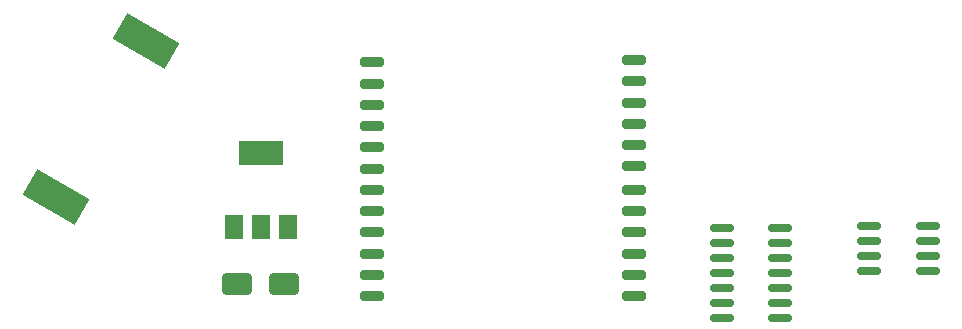
<source format=gbr>
%TF.GenerationSoftware,KiCad,Pcbnew,7.0.10*%
%TF.CreationDate,2024-05-18T19:18:12+08:00*%
%TF.ProjectId,pcb,7063622e-6b69-4636-9164-5f7063625858,rev?*%
%TF.SameCoordinates,Original*%
%TF.FileFunction,Paste,Top*%
%TF.FilePolarity,Positive*%
%FSLAX46Y46*%
G04 Gerber Fmt 4.6, Leading zero omitted, Abs format (unit mm)*
G04 Created by KiCad (PCBNEW 7.0.10) date 2024-05-18 19:18:12*
%MOMM*%
%LPD*%
G01*
G04 APERTURE LIST*
G04 Aperture macros list*
%AMRoundRect*
0 Rectangle with rounded corners*
0 $1 Rounding radius*
0 $2 $3 $4 $5 $6 $7 $8 $9 X,Y pos of 4 corners*
0 Add a 4 corners polygon primitive as box body*
4,1,4,$2,$3,$4,$5,$6,$7,$8,$9,$2,$3,0*
0 Add four circle primitives for the rounded corners*
1,1,$1+$1,$2,$3*
1,1,$1+$1,$4,$5*
1,1,$1+$1,$6,$7*
1,1,$1+$1,$8,$9*
0 Add four rect primitives between the rounded corners*
20,1,$1+$1,$2,$3,$4,$5,0*
20,1,$1+$1,$4,$5,$6,$7,0*
20,1,$1+$1,$6,$7,$8,$9,0*
20,1,$1+$1,$8,$9,$2,$3,0*%
%AMRotRect*
0 Rectangle, with rotation*
0 The origin of the aperture is its center*
0 $1 length*
0 $2 width*
0 $3 Rotation angle, in degrees counterclockwise*
0 Add horizontal line*
21,1,$1,$2,0,0,$3*%
G04 Aperture macros list end*
%ADD10RoundRect,0.250000X-1.000000X-0.650000X1.000000X-0.650000X1.000000X0.650000X-1.000000X0.650000X0*%
%ADD11RoundRect,0.150000X-0.825000X-0.150000X0.825000X-0.150000X0.825000X0.150000X-0.825000X0.150000X0*%
%ADD12RotRect,2.500000X5.100000X240.000000*%
%ADD13RoundRect,0.200000X-0.800000X-0.200000X0.800000X-0.200000X0.800000X0.200000X-0.800000X0.200000X0*%
%ADD14R,1.500000X2.000000*%
%ADD15R,3.800000X2.000000*%
G04 APERTURE END LIST*
D10*
%TO.C,D2*%
X102500000Y-84000000D03*
X106500000Y-84000000D03*
%TD*%
D11*
%TO.C,U3*%
X143525000Y-79190000D03*
X143525000Y-80460000D03*
X143525000Y-81730000D03*
X143525000Y-83000000D03*
X143525000Y-84270000D03*
X143525000Y-85540000D03*
X143525000Y-86810000D03*
X148475000Y-86810000D03*
X148475000Y-85540000D03*
X148475000Y-84270000D03*
X148475000Y-83000000D03*
X148475000Y-81730000D03*
X148475000Y-80460000D03*
X148475000Y-79190000D03*
%TD*%
%TO.C,U4*%
X156025000Y-79095000D03*
X156025000Y-80365000D03*
X156025000Y-81635000D03*
X156025000Y-82905000D03*
X160975000Y-82905000D03*
X160975000Y-81635000D03*
X160975000Y-80365000D03*
X160975000Y-79095000D03*
%TD*%
D12*
%TO.C,BT1*%
X94800000Y-63418207D03*
X87200000Y-76581793D03*
%TD*%
D13*
%TO.C,U2*%
X113900000Y-65200000D03*
X113900000Y-67000000D03*
X113900000Y-68800000D03*
X113900000Y-70600000D03*
X113900000Y-72400000D03*
X113900000Y-74200000D03*
X113900000Y-76000000D03*
X113900000Y-77800000D03*
X113900000Y-79600000D03*
X113900000Y-81400000D03*
X113900000Y-83200000D03*
X113900000Y-85000000D03*
X136100000Y-85000000D03*
X136100000Y-83200000D03*
X136100000Y-81400000D03*
X136100000Y-79600000D03*
X136100000Y-77800000D03*
X136100000Y-76000000D03*
X136100000Y-74000000D03*
X136100000Y-72200000D03*
X136100000Y-70400000D03*
X136100000Y-68600000D03*
X136100000Y-66800000D03*
X136100000Y-65000000D03*
%TD*%
D14*
%TO.C,U1*%
X102200000Y-79150000D03*
X104500000Y-79150000D03*
D15*
X104500000Y-72850000D03*
D14*
X106800000Y-79150000D03*
%TD*%
M02*

</source>
